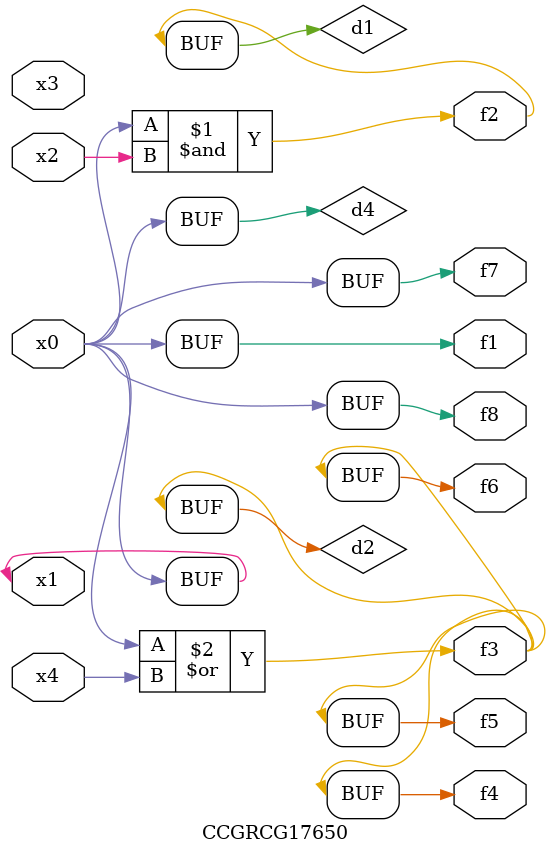
<source format=v>
module CCGRCG17650(
	input x0, x1, x2, x3, x4,
	output f1, f2, f3, f4, f5, f6, f7, f8
);

	wire d1, d2, d3, d4;

	and (d1, x0, x2);
	or (d2, x0, x4);
	nand (d3, x0, x2);
	buf (d4, x0, x1);
	assign f1 = d4;
	assign f2 = d1;
	assign f3 = d2;
	assign f4 = d2;
	assign f5 = d2;
	assign f6 = d2;
	assign f7 = d4;
	assign f8 = d4;
endmodule

</source>
